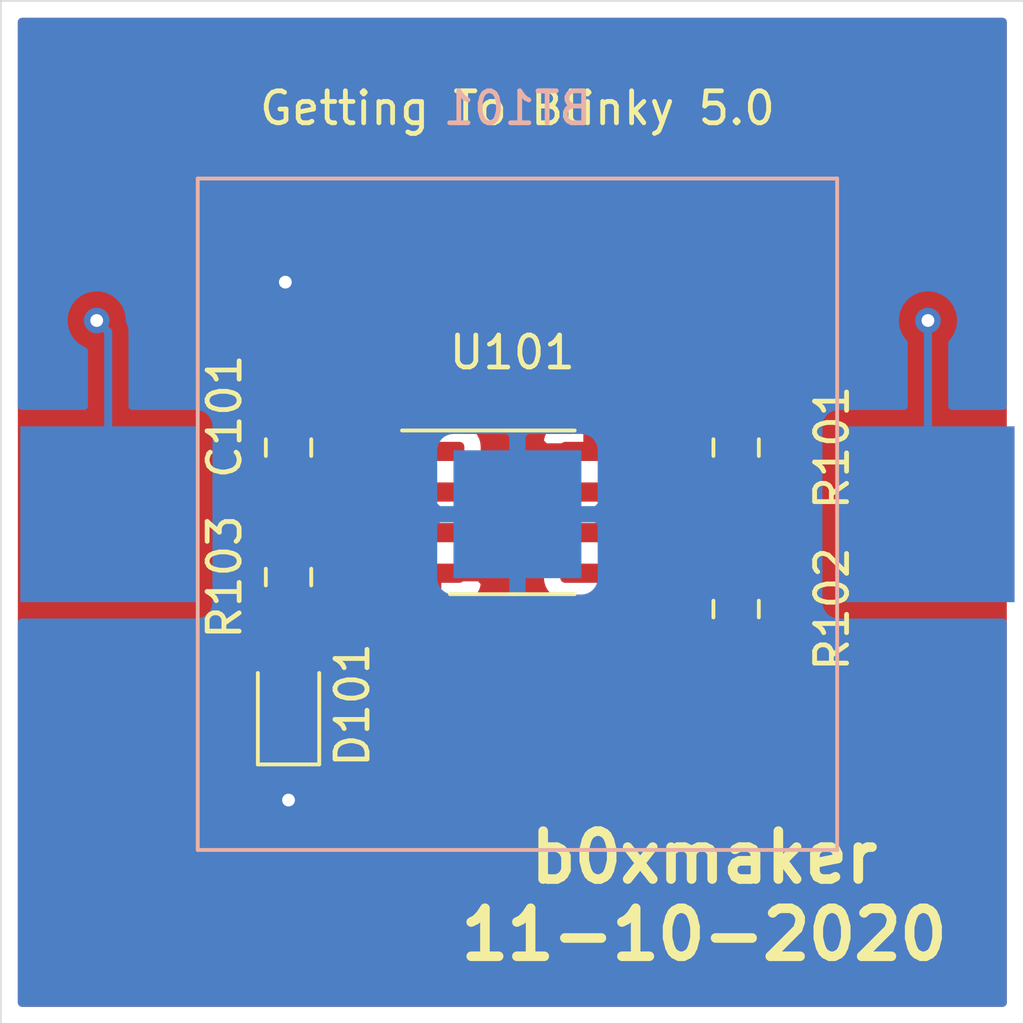
<source format=kicad_pcb>
(kicad_pcb (version 20171130) (host pcbnew "(5.1.6)-1")

  (general
    (thickness 1.6)
    (drawings 6)
    (tracks 31)
    (zones 0)
    (modules 7)
    (nets 8)
  )

  (page A4)
  (layers
    (0 F.Cu signal)
    (31 B.Cu signal)
    (32 B.Adhes user)
    (33 F.Adhes user)
    (34 B.Paste user)
    (35 F.Paste user)
    (36 B.SilkS user)
    (37 F.SilkS user)
    (38 B.Mask user)
    (39 F.Mask user)
    (40 Dwgs.User user)
    (41 Cmts.User user)
    (42 Eco1.User user)
    (43 Eco2.User user)
    (44 Edge.Cuts user)
    (45 Margin user)
    (46 B.CrtYd user)
    (47 F.CrtYd user)
    (48 B.Fab user hide)
    (49 F.Fab user hide)
  )

  (setup
    (last_trace_width 0.25)
    (trace_clearance 0.2)
    (zone_clearance 0.508)
    (zone_45_only no)
    (trace_min 0.2)
    (via_size 0.8)
    (via_drill 0.4)
    (via_min_size 0.4)
    (via_min_drill 0.3)
    (uvia_size 0.3)
    (uvia_drill 0.1)
    (uvias_allowed no)
    (uvia_min_size 0.2)
    (uvia_min_drill 0.1)
    (edge_width 0.05)
    (segment_width 0.2)
    (pcb_text_width 0.3)
    (pcb_text_size 1.5 1.5)
    (mod_edge_width 0.12)
    (mod_text_size 1 1)
    (mod_text_width 0.15)
    (pad_size 1.524 1.524)
    (pad_drill 0.762)
    (pad_to_mask_clearance 0.05)
    (aux_axis_origin 0 0)
    (visible_elements FFFFFF7F)
    (pcbplotparams
      (layerselection 0x010fc_ffffffff)
      (usegerberextensions false)
      (usegerberattributes true)
      (usegerberadvancedattributes true)
      (creategerberjobfile true)
      (excludeedgelayer true)
      (linewidth 0.100000)
      (plotframeref false)
      (viasonmask false)
      (mode 1)
      (useauxorigin false)
      (hpglpennumber 1)
      (hpglpenspeed 20)
      (hpglpendiameter 15.000000)
      (psnegative false)
      (psa4output false)
      (plotreference true)
      (plotvalue true)
      (plotinvisibletext false)
      (padsonsilk false)
      (subtractmaskfromsilk false)
      (outputformat 1)
      (mirror false)
      (drillshape 1)
      (scaleselection 1)
      (outputdirectory ""))
  )

  (net 0 "")
  (net 1 GND)
  (net 2 "Net-(D101-Pad2)")
  (net 3 "Net-(R103-Pad1)")
  (net 4 "Net-(U101-Pad5)")
  (net 5 /VDD)
  (net 6 /THR)
  (net 7 /DIS)

  (net_class Default "This is the default net class."
    (clearance 0.2)
    (trace_width 0.25)
    (via_dia 0.8)
    (via_drill 0.4)
    (uvia_dia 0.3)
    (uvia_drill 0.1)
    (add_net /DIS)
    (add_net /THR)
    (add_net /VDD)
    (add_net GND)
    (add_net "Net-(D101-Pad2)")
    (add_net "Net-(R103-Pad1)")
    (add_net "Net-(U101-Pad5)")
  )

  (module Package_SO:SOIC-8_3.9x4.9mm_P1.27mm (layer F.Cu) (tedit 5D9F72B1) (tstamp 5FAC509E)
    (at 137 99)
    (descr "SOIC, 8 Pin (JEDEC MS-012AA, https://www.analog.com/media/en/package-pcb-resources/package/pkg_pdf/soic_narrow-r/r_8.pdf), generated with kicad-footprint-generator ipc_gullwing_generator.py")
    (tags "SOIC SO")
    (path /5FAB6A4D)
    (attr smd)
    (fp_text reference U101 (at 0 -5) (layer F.SilkS)
      (effects (font (size 1 1) (thickness 0.15)))
    )
    (fp_text value 7555 (at 0 3.4) (layer F.Fab)
      (effects (font (size 1 1) (thickness 0.15)))
    )
    (fp_text user %R (at -0.445 0.275) (layer F.Fab)
      (effects (font (size 0.98 0.98) (thickness 0.15)))
    )
    (fp_line (start 0 2.56) (end 1.95 2.56) (layer F.SilkS) (width 0.12))
    (fp_line (start 0 2.56) (end -1.95 2.56) (layer F.SilkS) (width 0.12))
    (fp_line (start 0 -2.56) (end 1.95 -2.56) (layer F.SilkS) (width 0.12))
    (fp_line (start 0 -2.56) (end -3.45 -2.56) (layer F.SilkS) (width 0.12))
    (fp_line (start -0.975 -2.45) (end 1.95 -2.45) (layer F.Fab) (width 0.1))
    (fp_line (start 1.95 -2.45) (end 1.95 2.45) (layer F.Fab) (width 0.1))
    (fp_line (start 1.95 2.45) (end -1.95 2.45) (layer F.Fab) (width 0.1))
    (fp_line (start -1.95 2.45) (end -1.95 -1.475) (layer F.Fab) (width 0.1))
    (fp_line (start -1.95 -1.475) (end -0.975 -2.45) (layer F.Fab) (width 0.1))
    (fp_line (start -3.7 -2.7) (end -3.7 2.7) (layer F.CrtYd) (width 0.05))
    (fp_line (start -3.7 2.7) (end 3.7 2.7) (layer F.CrtYd) (width 0.05))
    (fp_line (start 3.7 2.7) (end 3.7 -2.7) (layer F.CrtYd) (width 0.05))
    (fp_line (start 3.7 -2.7) (end -3.7 -2.7) (layer F.CrtYd) (width 0.05))
    (pad 8 smd roundrect (at 2.475 -1.905) (size 1.95 0.6) (layers F.Cu F.Paste F.Mask) (roundrect_rratio 0.25)
      (net 5 /VDD))
    (pad 7 smd roundrect (at 2.475 -0.635) (size 1.95 0.6) (layers F.Cu F.Paste F.Mask) (roundrect_rratio 0.25)
      (net 7 /DIS))
    (pad 6 smd roundrect (at 2.475 0.635) (size 1.95 0.6) (layers F.Cu F.Paste F.Mask) (roundrect_rratio 0.25)
      (net 6 /THR))
    (pad 5 smd roundrect (at 2.475 1.905) (size 1.95 0.6) (layers F.Cu F.Paste F.Mask) (roundrect_rratio 0.25)
      (net 4 "Net-(U101-Pad5)"))
    (pad 4 smd roundrect (at -2.475 1.905) (size 1.95 0.6) (layers F.Cu F.Paste F.Mask) (roundrect_rratio 0.25)
      (net 5 /VDD))
    (pad 3 smd roundrect (at -2.475 0.635) (size 1.95 0.6) (layers F.Cu F.Paste F.Mask) (roundrect_rratio 0.25)
      (net 3 "Net-(R103-Pad1)"))
    (pad 2 smd roundrect (at -2.475 -0.635) (size 1.95 0.6) (layers F.Cu F.Paste F.Mask) (roundrect_rratio 0.25)
      (net 6 /THR))
    (pad 1 smd roundrect (at -2.475 -1.905) (size 1.95 0.6) (layers F.Cu F.Paste F.Mask) (roundrect_rratio 0.25)
      (net 1 GND))
    (model ${KISYS3DMOD}/Package_SO.3dshapes/SOIC-8_3.9x4.9mm_P1.27mm.wrl
      (at (xyz 0 0 0))
      (scale (xyz 1 1 1))
      (rotate (xyz 0 0 0))
    )
  )

  (module Resistor_SMD:R_0805_2012Metric_Pad1.15x1.40mm_HandSolder (layer F.Cu) (tedit 5B36C52B) (tstamp 5FAC5084)
    (at 130 101.025 270)
    (descr "Resistor SMD 0805 (2012 Metric), square (rectangular) end terminal, IPC_7351 nominal with elongated pad for handsoldering. (Body size source: https://docs.google.com/spreadsheets/d/1BsfQQcO9C6DZCsRaXUlFlo91Tg2WpOkGARC1WS5S8t0/edit?usp=sharing), generated with kicad-footprint-generator")
    (tags "resistor handsolder")
    (path /5FAB7985)
    (attr smd)
    (fp_text reference R103 (at 0 2 90) (layer F.SilkS)
      (effects (font (size 1 1) (thickness 0.15)))
    )
    (fp_text value 1K (at 0 1.65 90) (layer F.Fab)
      (effects (font (size 1 1) (thickness 0.15)))
    )
    (fp_text user %R (at 0 0 90) (layer F.Fab)
      (effects (font (size 0.5 0.5) (thickness 0.08)))
    )
    (fp_line (start -1 0.6) (end -1 -0.6) (layer F.Fab) (width 0.1))
    (fp_line (start -1 -0.6) (end 1 -0.6) (layer F.Fab) (width 0.1))
    (fp_line (start 1 -0.6) (end 1 0.6) (layer F.Fab) (width 0.1))
    (fp_line (start 1 0.6) (end -1 0.6) (layer F.Fab) (width 0.1))
    (fp_line (start -0.261252 -0.71) (end 0.261252 -0.71) (layer F.SilkS) (width 0.12))
    (fp_line (start -0.261252 0.71) (end 0.261252 0.71) (layer F.SilkS) (width 0.12))
    (fp_line (start -1.85 0.95) (end -1.85 -0.95) (layer F.CrtYd) (width 0.05))
    (fp_line (start -1.85 -0.95) (end 1.85 -0.95) (layer F.CrtYd) (width 0.05))
    (fp_line (start 1.85 -0.95) (end 1.85 0.95) (layer F.CrtYd) (width 0.05))
    (fp_line (start 1.85 0.95) (end -1.85 0.95) (layer F.CrtYd) (width 0.05))
    (pad 2 smd roundrect (at 1.025 0 270) (size 1.15 1.4) (layers F.Cu F.Paste F.Mask) (roundrect_rratio 0.217391)
      (net 2 "Net-(D101-Pad2)"))
    (pad 1 smd roundrect (at -1.025 0 270) (size 1.15 1.4) (layers F.Cu F.Paste F.Mask) (roundrect_rratio 0.217391)
      (net 3 "Net-(R103-Pad1)"))
    (model ${KISYS3DMOD}/Resistor_SMD.3dshapes/R_0805_2012Metric.wrl
      (at (xyz 0 0 0))
      (scale (xyz 1 1 1))
      (rotate (xyz 0 0 0))
    )
  )

  (module Resistor_SMD:R_0805_2012Metric_Pad1.15x1.40mm_HandSolder (layer F.Cu) (tedit 5B36C52B) (tstamp 5FAC5073)
    (at 144 102.025 270)
    (descr "Resistor SMD 0805 (2012 Metric), square (rectangular) end terminal, IPC_7351 nominal with elongated pad for handsoldering. (Body size source: https://docs.google.com/spreadsheets/d/1BsfQQcO9C6DZCsRaXUlFlo91Tg2WpOkGARC1WS5S8t0/edit?usp=sharing), generated with kicad-footprint-generator")
    (tags "resistor handsolder")
    (path /5FAB776C)
    (attr smd)
    (fp_text reference R102 (at 0 -3 90) (layer F.SilkS)
      (effects (font (size 1 1) (thickness 0.15)))
    )
    (fp_text value 470K (at 0 1.65 90) (layer F.Fab)
      (effects (font (size 1 1) (thickness 0.15)))
    )
    (fp_text user %R (at 0 0 90) (layer F.Fab)
      (effects (font (size 0.5 0.5) (thickness 0.08)))
    )
    (fp_line (start -1 0.6) (end -1 -0.6) (layer F.Fab) (width 0.1))
    (fp_line (start -1 -0.6) (end 1 -0.6) (layer F.Fab) (width 0.1))
    (fp_line (start 1 -0.6) (end 1 0.6) (layer F.Fab) (width 0.1))
    (fp_line (start 1 0.6) (end -1 0.6) (layer F.Fab) (width 0.1))
    (fp_line (start -0.261252 -0.71) (end 0.261252 -0.71) (layer F.SilkS) (width 0.12))
    (fp_line (start -0.261252 0.71) (end 0.261252 0.71) (layer F.SilkS) (width 0.12))
    (fp_line (start -1.85 0.95) (end -1.85 -0.95) (layer F.CrtYd) (width 0.05))
    (fp_line (start -1.85 -0.95) (end 1.85 -0.95) (layer F.CrtYd) (width 0.05))
    (fp_line (start 1.85 -0.95) (end 1.85 0.95) (layer F.CrtYd) (width 0.05))
    (fp_line (start 1.85 0.95) (end -1.85 0.95) (layer F.CrtYd) (width 0.05))
    (pad 2 smd roundrect (at 1.025 0 270) (size 1.15 1.4) (layers F.Cu F.Paste F.Mask) (roundrect_rratio 0.217391)
      (net 6 /THR))
    (pad 1 smd roundrect (at -1.025 0 270) (size 1.15 1.4) (layers F.Cu F.Paste F.Mask) (roundrect_rratio 0.217391)
      (net 7 /DIS))
    (model ${KISYS3DMOD}/Resistor_SMD.3dshapes/R_0805_2012Metric.wrl
      (at (xyz 0 0 0))
      (scale (xyz 1 1 1))
      (rotate (xyz 0 0 0))
    )
  )

  (module Resistor_SMD:R_0805_2012Metric_Pad1.15x1.40mm_HandSolder (layer F.Cu) (tedit 5B36C52B) (tstamp 5FAC5062)
    (at 144 96.975 270)
    (descr "Resistor SMD 0805 (2012 Metric), square (rectangular) end terminal, IPC_7351 nominal with elongated pad for handsoldering. (Body size source: https://docs.google.com/spreadsheets/d/1BsfQQcO9C6DZCsRaXUlFlo91Tg2WpOkGARC1WS5S8t0/edit?usp=sharing), generated with kicad-footprint-generator")
    (tags "resistor handsolder")
    (path /5FAB7420)
    (attr smd)
    (fp_text reference R101 (at 0 -3 90) (layer F.SilkS)
      (effects (font (size 1 1) (thickness 0.15)))
    )
    (fp_text value 1K (at 0 1.65 90) (layer F.Fab)
      (effects (font (size 1 1) (thickness 0.15)))
    )
    (fp_text user %R (at 0 0 90) (layer F.Fab)
      (effects (font (size 0.5 0.5) (thickness 0.08)))
    )
    (fp_line (start -1 0.6) (end -1 -0.6) (layer F.Fab) (width 0.1))
    (fp_line (start -1 -0.6) (end 1 -0.6) (layer F.Fab) (width 0.1))
    (fp_line (start 1 -0.6) (end 1 0.6) (layer F.Fab) (width 0.1))
    (fp_line (start 1 0.6) (end -1 0.6) (layer F.Fab) (width 0.1))
    (fp_line (start -0.261252 -0.71) (end 0.261252 -0.71) (layer F.SilkS) (width 0.12))
    (fp_line (start -0.261252 0.71) (end 0.261252 0.71) (layer F.SilkS) (width 0.12))
    (fp_line (start -1.85 0.95) (end -1.85 -0.95) (layer F.CrtYd) (width 0.05))
    (fp_line (start -1.85 -0.95) (end 1.85 -0.95) (layer F.CrtYd) (width 0.05))
    (fp_line (start 1.85 -0.95) (end 1.85 0.95) (layer F.CrtYd) (width 0.05))
    (fp_line (start 1.85 0.95) (end -1.85 0.95) (layer F.CrtYd) (width 0.05))
    (pad 2 smd roundrect (at 1.025 0 270) (size 1.15 1.4) (layers F.Cu F.Paste F.Mask) (roundrect_rratio 0.217391)
      (net 7 /DIS))
    (pad 1 smd roundrect (at -1.025 0 270) (size 1.15 1.4) (layers F.Cu F.Paste F.Mask) (roundrect_rratio 0.217391)
      (net 5 /VDD))
    (model ${KISYS3DMOD}/Resistor_SMD.3dshapes/R_0805_2012Metric.wrl
      (at (xyz 0 0 0))
      (scale (xyz 1 1 1))
      (rotate (xyz 0 0 0))
    )
  )

  (module LED_SMD:LED_0805_2012Metric_Pad1.15x1.40mm_HandSolder (layer F.Cu) (tedit 5B4B45C9) (tstamp 5FAC5051)
    (at 130 105.025 90)
    (descr "LED SMD 0805 (2012 Metric), square (rectangular) end terminal, IPC_7351 nominal, (Body size source: https://docs.google.com/spreadsheets/d/1BsfQQcO9C6DZCsRaXUlFlo91Tg2WpOkGARC1WS5S8t0/edit?usp=sharing), generated with kicad-footprint-generator")
    (tags "LED handsolder")
    (path /5FAB8650)
    (attr smd)
    (fp_text reference D101 (at 0 2 90) (layer F.SilkS)
      (effects (font (size 1 1) (thickness 0.15)))
    )
    (fp_text value LED (at 0 1.65 90) (layer F.Fab)
      (effects (font (size 1 1) (thickness 0.15)))
    )
    (fp_text user %R (at 0 0 90) (layer F.Fab)
      (effects (font (size 0.5 0.5) (thickness 0.08)))
    )
    (fp_line (start 1 -0.6) (end -0.7 -0.6) (layer F.Fab) (width 0.1))
    (fp_line (start -0.7 -0.6) (end -1 -0.3) (layer F.Fab) (width 0.1))
    (fp_line (start -1 -0.3) (end -1 0.6) (layer F.Fab) (width 0.1))
    (fp_line (start -1 0.6) (end 1 0.6) (layer F.Fab) (width 0.1))
    (fp_line (start 1 0.6) (end 1 -0.6) (layer F.Fab) (width 0.1))
    (fp_line (start 1 -0.96) (end -1.86 -0.96) (layer F.SilkS) (width 0.12))
    (fp_line (start -1.86 -0.96) (end -1.86 0.96) (layer F.SilkS) (width 0.12))
    (fp_line (start -1.86 0.96) (end 1 0.96) (layer F.SilkS) (width 0.12))
    (fp_line (start -1.85 0.95) (end -1.85 -0.95) (layer F.CrtYd) (width 0.05))
    (fp_line (start -1.85 -0.95) (end 1.85 -0.95) (layer F.CrtYd) (width 0.05))
    (fp_line (start 1.85 -0.95) (end 1.85 0.95) (layer F.CrtYd) (width 0.05))
    (fp_line (start 1.85 0.95) (end -1.85 0.95) (layer F.CrtYd) (width 0.05))
    (pad 2 smd roundrect (at 1.025 0 90) (size 1.15 1.4) (layers F.Cu F.Paste F.Mask) (roundrect_rratio 0.217391)
      (net 2 "Net-(D101-Pad2)"))
    (pad 1 smd roundrect (at -1.025 0 90) (size 1.15 1.4) (layers F.Cu F.Paste F.Mask) (roundrect_rratio 0.217391)
      (net 1 GND))
    (model ${KISYS3DMOD}/LED_SMD.3dshapes/LED_0805_2012Metric.wrl
      (at (xyz 0 0 0))
      (scale (xyz 1 1 1))
      (rotate (xyz 0 0 0))
    )
  )

  (module Capacitor_SMD:C_0805_2012Metric_Pad1.15x1.40mm_HandSolder (layer F.Cu) (tedit 5B36C52B) (tstamp 5FAC503E)
    (at 130 96.975 90)
    (descr "Capacitor SMD 0805 (2012 Metric), square (rectangular) end terminal, IPC_7351 nominal with elongated pad for handsoldering. (Body size source: https://docs.google.com/spreadsheets/d/1BsfQQcO9C6DZCsRaXUlFlo91Tg2WpOkGARC1WS5S8t0/edit?usp=sharing), generated with kicad-footprint-generator")
    (tags "capacitor handsolder")
    (path /5FAB7DBD)
    (attr smd)
    (fp_text reference C101 (at 0.975 -2 90) (layer F.SilkS)
      (effects (font (size 1 1) (thickness 0.15)))
    )
    (fp_text value 1U (at 0 1.65 90) (layer F.Fab)
      (effects (font (size 1 1) (thickness 0.15)))
    )
    (fp_text user %R (at 0 0 90) (layer F.Fab)
      (effects (font (size 0.5 0.5) (thickness 0.08)))
    )
    (fp_line (start -1 0.6) (end -1 -0.6) (layer F.Fab) (width 0.1))
    (fp_line (start -1 -0.6) (end 1 -0.6) (layer F.Fab) (width 0.1))
    (fp_line (start 1 -0.6) (end 1 0.6) (layer F.Fab) (width 0.1))
    (fp_line (start 1 0.6) (end -1 0.6) (layer F.Fab) (width 0.1))
    (fp_line (start -0.261252 -0.71) (end 0.261252 -0.71) (layer F.SilkS) (width 0.12))
    (fp_line (start -0.261252 0.71) (end 0.261252 0.71) (layer F.SilkS) (width 0.12))
    (fp_line (start -1.85 0.95) (end -1.85 -0.95) (layer F.CrtYd) (width 0.05))
    (fp_line (start -1.85 -0.95) (end 1.85 -0.95) (layer F.CrtYd) (width 0.05))
    (fp_line (start 1.85 -0.95) (end 1.85 0.95) (layer F.CrtYd) (width 0.05))
    (fp_line (start 1.85 0.95) (end -1.85 0.95) (layer F.CrtYd) (width 0.05))
    (pad 2 smd roundrect (at 1.025 0 90) (size 1.15 1.4) (layers F.Cu F.Paste F.Mask) (roundrect_rratio 0.217391)
      (net 1 GND))
    (pad 1 smd roundrect (at -1.025 0 90) (size 1.15 1.4) (layers F.Cu F.Paste F.Mask) (roundrect_rratio 0.217391)
      (net 6 /THR))
    (model ${KISYS3DMOD}/Capacitor_SMD.3dshapes/C_0805_2012Metric.wrl
      (at (xyz 0 0 0))
      (scale (xyz 1 1 1))
      (rotate (xyz 0 0 0))
    )
  )

  (module GettingToBlinky5-0:S8211-46R (layer B.Cu) (tedit 5FAABB6B) (tstamp 5FAC6655)
    (at 137.16 99.06)
    (path /5FAB9476)
    (fp_text reference BT101 (at 0 -12.7) (layer B.SilkS)
      (effects (font (size 1 1) (thickness 0.15)) (justify mirror))
    )
    (fp_text value CR2032 (at 0 3.04) (layer B.Fab)
      (effects (font (size 1 1) (thickness 0.15)) (justify mirror))
    )
    (fp_line (start -10 10.5) (end 10 10.5) (layer B.SilkS) (width 0.12))
    (fp_line (start 10 10.5) (end 10 -10.5) (layer B.SilkS) (width 0.12))
    (fp_line (start 10 -10.5) (end -10 -10.5) (layer B.SilkS) (width 0.12))
    (fp_line (start -10 -10.5) (end -10 10.5) (layer B.SilkS) (width 0.12))
    (fp_line (start -15.5 3) (end -15.5 15) (layer B.CrtYd) (width 0.12))
    (fp_line (start -15.5 15) (end 15.5 15) (layer B.CrtYd) (width 0.12))
    (fp_line (start 15.5 15) (end 15.5 -15) (layer B.CrtYd) (width 0.12))
    (fp_line (start 15.5 -15) (end -15.5 -15) (layer B.CrtYd) (width 0.12))
    (fp_line (start -15.5 -15) (end -15.5 3) (layer B.CrtYd) (width 0.12))
    (pad 1 smd rect (at 12.8 0) (size 5.5 5.5) (layers B.Cu B.Paste B.Mask)
      (net 5 /VDD))
    (pad 2 smd rect (at 0 0) (size 4 4) (layers B.Cu B.Paste B.Mask)
      (net 1 GND))
    (pad 1 smd rect (at -12.8 0) (size 5.5 5.5) (layers B.Cu B.Paste B.Mask)
      (net 5 /VDD))
  )

  (gr_text "Getting To Blinky 5.0" (at 137.16 86.36) (layer F.SilkS)
    (effects (font (size 1 1) (thickness 0.15)))
  )
  (gr_text "b0xmaker\n11-10-2020\n" (at 143 111) (layer F.SilkS)
    (effects (font (size 1.5 1.5) (thickness 0.3)))
  )
  (gr_line (start 153 83) (end 121 83) (layer Edge.Cuts) (width 0.05) (tstamp 5FAC514F))
  (gr_line (start 153 115) (end 153 83) (layer Edge.Cuts) (width 0.05))
  (gr_line (start 121 115) (end 153 115) (layer Edge.Cuts) (width 0.05))
  (gr_line (start 121 83) (end 121 115) (layer Edge.Cuts) (width 0.05))

  (segment (start 130 106.05) (end 130 108) (width 0.25) (layer F.Cu) (net 1))
  (segment (start 130 108) (end 130 108) (width 0.25) (layer F.Cu) (net 1) (tstamp 5FAC5D3F))
  (via (at 130 108) (size 0.8) (drill 0.4) (layers F.Cu B.Cu) (net 1))
  (segment (start 133.38 95.95) (end 134.525 97.095) (width 0.25) (layer F.Cu) (net 1))
  (segment (start 130 95.95) (end 133.38 95.95) (width 0.25) (layer F.Cu) (net 1))
  (via (at 129.9 91.8) (size 0.8) (drill 0.4) (layers F.Cu B.Cu) (net 1))
  (segment (start 130 95.95) (end 130 91.9) (width 0.25) (layer F.Cu) (net 1))
  (segment (start 130 91.9) (end 129.9 91.8) (width 0.25) (layer F.Cu) (net 1))
  (segment (start 130 102.05) (end 130 104) (width 0.25) (layer F.Cu) (net 2))
  (segment (start 130 100) (end 131.1 100) (width 0.25) (layer F.Cu) (net 3))
  (segment (start 131.465 99.635) (end 134.525 99.635) (width 0.25) (layer F.Cu) (net 3))
  (segment (start 131.1 100) (end 131.465 99.635) (width 0.25) (layer F.Cu) (net 3))
  (segment (start 140.62 95.95) (end 139.475 97.095) (width 0.25) (layer F.Cu) (net 5))
  (segment (start 144 95.95) (end 140.62 95.95) (width 0.25) (layer F.Cu) (net 5))
  (via (at 124 93) (size 0.8) (drill 0.4) (layers F.Cu B.Cu) (net 5))
  (segment (start 124.36 93.36) (end 124 93) (width 0.25) (layer B.Cu) (net 5))
  (segment (start 124.36 99.06) (end 124.36 93.36) (width 0.25) (layer B.Cu) (net 5))
  (via (at 150 93) (size 0.8) (drill 0.4) (layers F.Cu B.Cu) (net 5))
  (segment (start 150 99.02) (end 149.96 99.06) (width 0.25) (layer B.Cu) (net 5))
  (segment (start 150 93) (end 150 99.02) (width 0.25) (layer B.Cu) (net 5))
  (segment (start 130 98) (end 131.3 98) (width 0.25) (layer F.Cu) (net 6))
  (segment (start 131.3 98) (end 131.665 98.365) (width 0.25) (layer F.Cu) (net 6))
  (segment (start 140.585 99.635) (end 144 103.05) (width 0.25) (layer F.Cu) (net 6))
  (segment (start 139.475 99.635) (end 140.585 99.635) (width 0.25) (layer F.Cu) (net 6))
  (segment (start 131.665 98.365) (end 134.525 98.365) (width 0.25) (layer F.Cu) (net 6))
  (segment (start 136.77 99.635) (end 139.475 99.635) (width 0.25) (layer F.Cu) (net 6))
  (segment (start 135.5 98.365) (end 136.77 99.635) (width 0.25) (layer F.Cu) (net 6))
  (segment (start 134.525 98.365) (end 135.5 98.365) (width 0.25) (layer F.Cu) (net 6))
  (segment (start 143.635 98.365) (end 144 98) (width 0.25) (layer F.Cu) (net 7))
  (segment (start 139.475 98.365) (end 143.635 98.365) (width 0.25) (layer F.Cu) (net 7))
  (segment (start 144 101) (end 144 98) (width 0.25) (layer F.Cu) (net 7))

  (zone (net 1) (net_name GND) (layer B.Cu) (tstamp 0) (hatch edge 0.508)
    (connect_pads (clearance 0.508))
    (min_thickness 0.254)
    (fill yes (arc_segments 32) (thermal_gap 0.508) (thermal_bridge_width 0.508))
    (polygon
      (pts
        (xy 153 115) (xy 121 115) (xy 121 83) (xy 153 83)
      )
    )
    (filled_polygon
      (pts
        (xy 152.340001 95.671928) (xy 150.76 95.671928) (xy 150.76 93.703711) (xy 150.803937 93.659774) (xy 150.917205 93.490256)
        (xy 150.995226 93.301898) (xy 151.035 93.101939) (xy 151.035 92.898061) (xy 150.995226 92.698102) (xy 150.917205 92.509744)
        (xy 150.803937 92.340226) (xy 150.659774 92.196063) (xy 150.490256 92.082795) (xy 150.301898 92.004774) (xy 150.101939 91.965)
        (xy 149.898061 91.965) (xy 149.698102 92.004774) (xy 149.509744 92.082795) (xy 149.340226 92.196063) (xy 149.196063 92.340226)
        (xy 149.082795 92.509744) (xy 149.004774 92.698102) (xy 148.965 92.898061) (xy 148.965 93.101939) (xy 149.004774 93.301898)
        (xy 149.082795 93.490256) (xy 149.196063 93.659774) (xy 149.24 93.703711) (xy 149.24 95.671928) (xy 147.21 95.671928)
        (xy 147.085518 95.684188) (xy 146.96582 95.720498) (xy 146.855506 95.779463) (xy 146.758815 95.858815) (xy 146.679463 95.955506)
        (xy 146.620498 96.06582) (xy 146.584188 96.185518) (xy 146.571928 96.31) (xy 146.571928 101.81) (xy 146.584188 101.934482)
        (xy 146.620498 102.05418) (xy 146.679463 102.164494) (xy 146.758815 102.261185) (xy 146.855506 102.340537) (xy 146.96582 102.399502)
        (xy 147.085518 102.435812) (xy 147.21 102.448072) (xy 152.34 102.448072) (xy 152.34 114.34) (xy 121.66 114.34)
        (xy 121.66 102.448072) (xy 127.11 102.448072) (xy 127.234482 102.435812) (xy 127.35418 102.399502) (xy 127.464494 102.340537)
        (xy 127.561185 102.261185) (xy 127.640537 102.164494) (xy 127.699502 102.05418) (xy 127.735812 101.934482) (xy 127.748072 101.81)
        (xy 127.748072 101.06) (xy 134.521928 101.06) (xy 134.534188 101.184482) (xy 134.570498 101.30418) (xy 134.629463 101.414494)
        (xy 134.708815 101.511185) (xy 134.805506 101.590537) (xy 134.91582 101.649502) (xy 135.035518 101.685812) (xy 135.16 101.698072)
        (xy 136.87425 101.695) (xy 137.033 101.53625) (xy 137.033 99.187) (xy 137.287 99.187) (xy 137.287 101.53625)
        (xy 137.44575 101.695) (xy 139.16 101.698072) (xy 139.284482 101.685812) (xy 139.40418 101.649502) (xy 139.514494 101.590537)
        (xy 139.611185 101.511185) (xy 139.690537 101.414494) (xy 139.749502 101.30418) (xy 139.785812 101.184482) (xy 139.798072 101.06)
        (xy 139.795 99.34575) (xy 139.63625 99.187) (xy 137.287 99.187) (xy 137.033 99.187) (xy 134.68375 99.187)
        (xy 134.525 99.34575) (xy 134.521928 101.06) (xy 127.748072 101.06) (xy 127.748072 97.06) (xy 134.521928 97.06)
        (xy 134.525 98.77425) (xy 134.68375 98.933) (xy 137.033 98.933) (xy 137.033 96.58375) (xy 137.287 96.58375)
        (xy 137.287 98.933) (xy 139.63625 98.933) (xy 139.795 98.77425) (xy 139.798072 97.06) (xy 139.785812 96.935518)
        (xy 139.749502 96.81582) (xy 139.690537 96.705506) (xy 139.611185 96.608815) (xy 139.514494 96.529463) (xy 139.40418 96.470498)
        (xy 139.284482 96.434188) (xy 139.16 96.421928) (xy 137.44575 96.425) (xy 137.287 96.58375) (xy 137.033 96.58375)
        (xy 136.87425 96.425) (xy 135.16 96.421928) (xy 135.035518 96.434188) (xy 134.91582 96.470498) (xy 134.805506 96.529463)
        (xy 134.708815 96.608815) (xy 134.629463 96.705506) (xy 134.570498 96.81582) (xy 134.534188 96.935518) (xy 134.521928 97.06)
        (xy 127.748072 97.06) (xy 127.748072 96.31) (xy 127.735812 96.185518) (xy 127.699502 96.06582) (xy 127.640537 95.955506)
        (xy 127.561185 95.858815) (xy 127.464494 95.779463) (xy 127.35418 95.720498) (xy 127.234482 95.684188) (xy 127.11 95.671928)
        (xy 125.12 95.671928) (xy 125.12 93.397323) (xy 125.123676 93.36) (xy 125.12 93.322677) (xy 125.12 93.322667)
        (xy 125.109003 93.211014) (xy 125.065546 93.067753) (xy 125.035 93.010606) (xy 125.035 92.898061) (xy 124.995226 92.698102)
        (xy 124.917205 92.509744) (xy 124.803937 92.340226) (xy 124.659774 92.196063) (xy 124.490256 92.082795) (xy 124.301898 92.004774)
        (xy 124.101939 91.965) (xy 123.898061 91.965) (xy 123.698102 92.004774) (xy 123.509744 92.082795) (xy 123.340226 92.196063)
        (xy 123.196063 92.340226) (xy 123.082795 92.509744) (xy 123.004774 92.698102) (xy 122.965 92.898061) (xy 122.965 93.101939)
        (xy 123.004774 93.301898) (xy 123.082795 93.490256) (xy 123.196063 93.659774) (xy 123.340226 93.803937) (xy 123.509744 93.917205)
        (xy 123.600001 93.954591) (xy 123.600001 95.671928) (xy 121.66 95.671928) (xy 121.66 83.66) (xy 152.340001 83.66)
      )
    )
  )
  (zone (net 5) (net_name /VDD) (layer F.Cu) (tstamp 5FAC60E6) (hatch edge 0.508)
    (connect_pads (clearance 0.508))
    (min_thickness 0.254)
    (fill yes (arc_segments 32) (thermal_gap 0.508) (thermal_bridge_width 0.508))
    (polygon
      (pts
        (xy 153 115) (xy 121 115) (xy 121 83) (xy 153 83)
      )
    )
    (filled_polygon
      (pts
        (xy 152.34 114.34) (xy 121.66 114.34) (xy 121.66 95.624999) (xy 128.661928 95.624999) (xy 128.661928 96.275001)
        (xy 128.678992 96.448255) (xy 128.729528 96.614851) (xy 128.811595 96.768387) (xy 128.922038 96.902962) (xy 129.009816 96.975)
        (xy 128.922038 97.047038) (xy 128.811595 97.181613) (xy 128.729528 97.335149) (xy 128.678992 97.501745) (xy 128.661928 97.674999)
        (xy 128.661928 98.325001) (xy 128.678992 98.498255) (xy 128.729528 98.664851) (xy 128.811595 98.818387) (xy 128.922038 98.952962)
        (xy 128.979354 99) (xy 128.922038 99.047038) (xy 128.811595 99.181613) (xy 128.729528 99.335149) (xy 128.678992 99.501745)
        (xy 128.661928 99.674999) (xy 128.661928 100.325001) (xy 128.678992 100.498255) (xy 128.729528 100.664851) (xy 128.811595 100.818387)
        (xy 128.922038 100.952962) (xy 129.009816 101.025) (xy 128.922038 101.097038) (xy 128.811595 101.231613) (xy 128.729528 101.385149)
        (xy 128.678992 101.551745) (xy 128.661928 101.724999) (xy 128.661928 102.375001) (xy 128.678992 102.548255) (xy 128.729528 102.714851)
        (xy 128.811595 102.868387) (xy 128.922038 103.002962) (xy 128.948891 103.025) (xy 128.922038 103.047038) (xy 128.811595 103.181613)
        (xy 128.729528 103.335149) (xy 128.678992 103.501745) (xy 128.661928 103.674999) (xy 128.661928 104.325001) (xy 128.678992 104.498255)
        (xy 128.729528 104.664851) (xy 128.811595 104.818387) (xy 128.922038 104.952962) (xy 129.009816 105.025) (xy 128.922038 105.097038)
        (xy 128.811595 105.231613) (xy 128.729528 105.385149) (xy 128.678992 105.551745) (xy 128.661928 105.724999) (xy 128.661928 106.375001)
        (xy 128.678992 106.548255) (xy 128.729528 106.714851) (xy 128.811595 106.868387) (xy 128.922038 107.002962) (xy 129.056613 107.113405)
        (xy 129.210149 107.195472) (xy 129.240001 107.204527) (xy 129.240001 107.296288) (xy 129.196063 107.340226) (xy 129.082795 107.509744)
        (xy 129.004774 107.698102) (xy 128.965 107.898061) (xy 128.965 108.101939) (xy 129.004774 108.301898) (xy 129.082795 108.490256)
        (xy 129.196063 108.659774) (xy 129.340226 108.803937) (xy 129.509744 108.917205) (xy 129.698102 108.995226) (xy 129.898061 109.035)
        (xy 130.101939 109.035) (xy 130.301898 108.995226) (xy 130.490256 108.917205) (xy 130.659774 108.803937) (xy 130.803937 108.659774)
        (xy 130.917205 108.490256) (xy 130.995226 108.301898) (xy 131.035 108.101939) (xy 131.035 107.898061) (xy 130.995226 107.698102)
        (xy 130.917205 107.509744) (xy 130.803937 107.340226) (xy 130.76 107.296289) (xy 130.76 107.204527) (xy 130.789851 107.195472)
        (xy 130.943387 107.113405) (xy 131.077962 107.002962) (xy 131.188405 106.868387) (xy 131.270472 106.714851) (xy 131.321008 106.548255)
        (xy 131.338072 106.375001) (xy 131.338072 105.724999) (xy 131.321008 105.551745) (xy 131.270472 105.385149) (xy 131.188405 105.231613)
        (xy 131.077962 105.097038) (xy 130.990184 105.025) (xy 131.077962 104.952962) (xy 131.188405 104.818387) (xy 131.270472 104.664851)
        (xy 131.321008 104.498255) (xy 131.338072 104.325001) (xy 131.338072 103.674999) (xy 131.321008 103.501745) (xy 131.270472 103.335149)
        (xy 131.188405 103.181613) (xy 131.077962 103.047038) (xy 131.051109 103.025) (xy 131.077962 103.002962) (xy 131.188405 102.868387)
        (xy 131.270472 102.714851) (xy 131.321008 102.548255) (xy 131.338072 102.375001) (xy 131.338072 101.724999) (xy 131.321008 101.551745)
        (xy 131.270472 101.385149) (xy 131.188405 101.231613) (xy 131.166565 101.205) (xy 132.911928 101.205) (xy 132.924188 101.329482)
        (xy 132.960498 101.44918) (xy 133.019463 101.559494) (xy 133.098815 101.656185) (xy 133.195506 101.735537) (xy 133.30582 101.794502)
        (xy 133.425518 101.830812) (xy 133.55 101.843072) (xy 134.23925 101.84) (xy 134.398 101.68125) (xy 134.398 101.032)
        (xy 134.652 101.032) (xy 134.652 101.68125) (xy 134.81075 101.84) (xy 135.5 101.843072) (xy 135.624482 101.830812)
        (xy 135.74418 101.794502) (xy 135.854494 101.735537) (xy 135.951185 101.656185) (xy 136.030537 101.559494) (xy 136.089502 101.44918)
        (xy 136.125812 101.329482) (xy 136.138072 101.205) (xy 136.135 101.19075) (xy 135.97625 101.032) (xy 134.652 101.032)
        (xy 134.398 101.032) (xy 133.07375 101.032) (xy 132.915 101.19075) (xy 132.911928 101.205) (xy 131.166565 101.205)
        (xy 131.077962 101.097038) (xy 130.990184 101.025) (xy 131.077962 100.952962) (xy 131.188405 100.818387) (xy 131.224186 100.751446)
        (xy 131.248986 100.749003) (xy 131.392247 100.705546) (xy 131.524276 100.634974) (xy 131.640001 100.540001) (xy 131.663804 100.510997)
        (xy 131.779801 100.395) (xy 132.95013 100.395) (xy 132.924188 100.480518) (xy 132.911928 100.605) (xy 132.915 100.61925)
        (xy 133.07375 100.778) (xy 134.398 100.778) (xy 134.398 100.758) (xy 134.652 100.758) (xy 134.652 100.778)
        (xy 135.97625 100.778) (xy 136.135 100.61925) (xy 136.138072 100.605) (xy 136.125812 100.480518) (xy 136.089502 100.36082)
        (xy 136.030537 100.250506) (xy 136.00627 100.220936) (xy 136.078084 100.086582) (xy 136.094072 100.033874) (xy 136.2062 100.146002)
        (xy 136.229999 100.175001) (xy 136.345724 100.269974) (xy 136.477753 100.340546) (xy 136.621014 100.384003) (xy 136.732667 100.395)
        (xy 136.732676 100.395) (xy 136.769999 100.398676) (xy 136.807322 100.395) (xy 137.953141 100.395) (xy 137.921916 100.453418)
        (xy 137.877071 100.601255) (xy 137.861928 100.755) (xy 137.861928 101.055) (xy 137.877071 101.208745) (xy 137.921916 101.356582)
        (xy 137.994742 101.492829) (xy 138.092749 101.612251) (xy 138.212171 101.710258) (xy 138.348418 101.783084) (xy 138.496255 101.827929)
        (xy 138.65 101.843072) (xy 140.3 101.843072) (xy 140.453745 101.827929) (xy 140.601582 101.783084) (xy 140.737829 101.710258)
        (xy 140.857251 101.612251) (xy 140.955258 101.492829) (xy 141.028084 101.356582) (xy 141.072929 101.208745) (xy 141.073917 101.198718)
        (xy 142.661928 102.78673) (xy 142.661928 103.375001) (xy 142.678992 103.548255) (xy 142.729528 103.714851) (xy 142.811595 103.868387)
        (xy 142.922038 104.002962) (xy 143.056613 104.113405) (xy 143.210149 104.195472) (xy 143.376745 104.246008) (xy 143.549999 104.263072)
        (xy 144.450001 104.263072) (xy 144.623255 104.246008) (xy 144.789851 104.195472) (xy 144.943387 104.113405) (xy 145.077962 104.002962)
        (xy 145.188405 103.868387) (xy 145.270472 103.714851) (xy 145.321008 103.548255) (xy 145.338072 103.375001) (xy 145.338072 102.724999)
        (xy 145.321008 102.551745) (xy 145.270472 102.385149) (xy 145.188405 102.231613) (xy 145.077962 102.097038) (xy 144.990184 102.025)
        (xy 145.077962 101.952962) (xy 145.188405 101.818387) (xy 145.270472 101.664851) (xy 145.321008 101.498255) (xy 145.338072 101.325001)
        (xy 145.338072 100.674999) (xy 145.321008 100.501745) (xy 145.270472 100.335149) (xy 145.188405 100.181613) (xy 145.077962 100.047038)
        (xy 144.943387 99.936595) (xy 144.789851 99.854528) (xy 144.76 99.845473) (xy 144.76 99.154527) (xy 144.789851 99.145472)
        (xy 144.943387 99.063405) (xy 145.077962 98.952962) (xy 145.188405 98.818387) (xy 145.270472 98.664851) (xy 145.321008 98.498255)
        (xy 145.338072 98.325001) (xy 145.338072 97.674999) (xy 145.321008 97.501745) (xy 145.270472 97.335149) (xy 145.188405 97.181613)
        (xy 145.077962 97.047038) (xy 145.071406 97.041658) (xy 145.151185 96.976185) (xy 145.230537 96.879494) (xy 145.289502 96.76918)
        (xy 145.325812 96.649482) (xy 145.338072 96.525) (xy 145.335 96.23575) (xy 145.17625 96.077) (xy 144.127 96.077)
        (xy 144.127 96.097) (xy 143.873 96.097) (xy 143.873 96.077) (xy 142.82375 96.077) (xy 142.665 96.23575)
        (xy 142.661928 96.525) (xy 142.674188 96.649482) (xy 142.710498 96.76918) (xy 142.769463 96.879494) (xy 142.848815 96.976185)
        (xy 142.928594 97.041658) (xy 142.922038 97.047038) (xy 142.811595 97.181613) (xy 142.729528 97.335149) (xy 142.678992 97.501745)
        (xy 142.668822 97.605) (xy 141.04987 97.605) (xy 141.075812 97.519482) (xy 141.088072 97.395) (xy 141.085 97.38075)
        (xy 140.92625 97.222) (xy 139.602 97.222) (xy 139.602 97.242) (xy 139.348 97.242) (xy 139.348 97.222)
        (xy 138.02375 97.222) (xy 137.865 97.38075) (xy 137.861928 97.395) (xy 137.874188 97.519482) (xy 137.910498 97.63918)
        (xy 137.969463 97.749494) (xy 137.99373 97.779064) (xy 137.921916 97.913418) (xy 137.877071 98.061255) (xy 137.861928 98.215)
        (xy 137.861928 98.515) (xy 137.877071 98.668745) (xy 137.921916 98.816582) (xy 137.953141 98.875) (xy 137.084802 98.875)
        (xy 136.063804 97.854003) (xy 136.040001 97.824999) (xy 136.02365 97.81158) (xy 136.005258 97.777171) (xy 135.966546 97.73)
        (xy 136.005258 97.682829) (xy 136.078084 97.546582) (xy 136.122929 97.398745) (xy 136.138072 97.245) (xy 136.138072 96.945)
        (xy 136.123298 96.795) (xy 137.861928 96.795) (xy 137.865 96.80925) (xy 138.02375 96.968) (xy 139.348 96.968)
        (xy 139.348 96.31875) (xy 139.602 96.31875) (xy 139.602 96.968) (xy 140.92625 96.968) (xy 141.085 96.80925)
        (xy 141.088072 96.795) (xy 141.075812 96.670518) (xy 141.039502 96.55082) (xy 140.980537 96.440506) (xy 140.901185 96.343815)
        (xy 140.804494 96.264463) (xy 140.69418 96.205498) (xy 140.574482 96.169188) (xy 140.45 96.156928) (xy 139.76075 96.16)
        (xy 139.602 96.31875) (xy 139.348 96.31875) (xy 139.18925 96.16) (xy 138.5 96.156928) (xy 138.375518 96.169188)
        (xy 138.25582 96.205498) (xy 138.145506 96.264463) (xy 138.048815 96.343815) (xy 137.969463 96.440506) (xy 137.910498 96.55082)
        (xy 137.874188 96.670518) (xy 137.861928 96.795) (xy 136.123298 96.795) (xy 136.122929 96.791255) (xy 136.078084 96.643418)
        (xy 136.005258 96.507171) (xy 135.907251 96.387749) (xy 135.787829 96.289742) (xy 135.651582 96.216916) (xy 135.503745 96.172071)
        (xy 135.35 96.156928) (xy 134.66173 96.156928) (xy 133.943804 95.439002) (xy 133.920001 95.409999) (xy 133.877355 95.375)
        (xy 142.661928 95.375) (xy 142.665 95.66425) (xy 142.82375 95.823) (xy 143.873 95.823) (xy 143.873 94.89875)
        (xy 144.127 94.89875) (xy 144.127 95.823) (xy 145.17625 95.823) (xy 145.335 95.66425) (xy 145.338072 95.375)
        (xy 145.325812 95.250518) (xy 145.289502 95.13082) (xy 145.230537 95.020506) (xy 145.151185 94.923815) (xy 145.054494 94.844463)
        (xy 144.94418 94.785498) (xy 144.824482 94.749188) (xy 144.7 94.736928) (xy 144.28575 94.74) (xy 144.127 94.89875)
        (xy 143.873 94.89875) (xy 143.71425 94.74) (xy 143.3 94.736928) (xy 143.175518 94.749188) (xy 143.05582 94.785498)
        (xy 142.945506 94.844463) (xy 142.848815 94.923815) (xy 142.769463 95.020506) (xy 142.710498 95.13082) (xy 142.674188 95.250518)
        (xy 142.661928 95.375) (xy 133.877355 95.375) (xy 133.804276 95.315026) (xy 133.672247 95.244454) (xy 133.528986 95.200997)
        (xy 133.417333 95.19) (xy 133.417322 95.19) (xy 133.38 95.186324) (xy 133.342678 95.19) (xy 131.219614 95.19)
        (xy 131.188405 95.131613) (xy 131.077962 94.997038) (xy 130.943387 94.886595) (xy 130.789851 94.804528) (xy 130.76 94.795473)
        (xy 130.76 92.37587) (xy 130.817205 92.290256) (xy 130.895226 92.101898) (xy 130.935 91.901939) (xy 130.935 91.698061)
        (xy 130.895226 91.498102) (xy 130.817205 91.309744) (xy 130.703937 91.140226) (xy 130.559774 90.996063) (xy 130.390256 90.882795)
        (xy 130.201898 90.804774) (xy 130.001939 90.765) (xy 129.798061 90.765) (xy 129.598102 90.804774) (xy 129.409744 90.882795)
        (xy 129.240226 90.996063) (xy 129.096063 91.140226) (xy 128.982795 91.309744) (xy 128.904774 91.498102) (xy 128.865 91.698061)
        (xy 128.865 91.901939) (xy 128.904774 92.101898) (xy 128.982795 92.290256) (xy 129.096063 92.459774) (xy 129.240001 92.603712)
        (xy 129.24 94.795473) (xy 129.210149 94.804528) (xy 129.056613 94.886595) (xy 128.922038 94.997038) (xy 128.811595 95.131613)
        (xy 128.729528 95.285149) (xy 128.678992 95.451745) (xy 128.661928 95.624999) (xy 121.66 95.624999) (xy 121.66 83.66)
        (xy 152.340001 83.66)
      )
    )
  )
)

</source>
